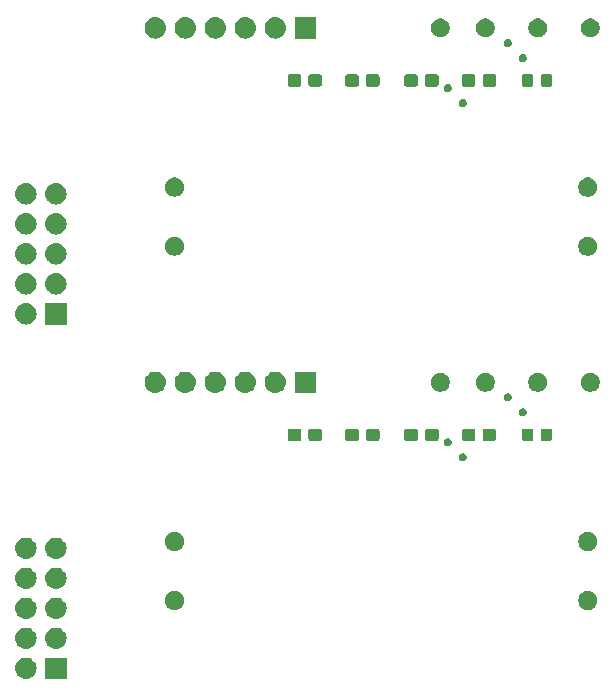
<source format=gts>
G04 #@! TF.GenerationSoftware,KiCad,Pcbnew,(5.1.4-0)*
G04 #@! TF.CreationDate,2019-09-26T23:54:48+09:00*
G04 #@! TF.ProjectId,PiRoombaBoard_ALL,5069526f-6f6d-4626-9142-6f6172645f41,1*
G04 #@! TF.SameCoordinates,PX490d2c0PY808e280*
G04 #@! TF.FileFunction,Soldermask,Top*
G04 #@! TF.FilePolarity,Negative*
%FSLAX46Y46*%
G04 Gerber Fmt 4.6, Leading zero omitted, Abs format (unit mm)*
G04 Created by KiCad (PCBNEW (5.1.4-0)) date 2019-09-26 23:54:48*
%MOMM*%
%LPD*%
G04 APERTURE LIST*
%ADD10C,0.100000*%
G04 APERTURE END LIST*
D10*
G36*
X6456000Y1559000D02*
G01*
X4654000Y1559000D01*
X4654000Y3361000D01*
X6456000Y3361000D01*
X6456000Y1559000D01*
X6456000Y1559000D01*
G37*
G36*
X3125443Y3354481D02*
G01*
X3191627Y3347963D01*
X3361466Y3296443D01*
X3517991Y3212778D01*
X3553729Y3183448D01*
X3655186Y3100186D01*
X3738448Y2998729D01*
X3767778Y2962991D01*
X3851443Y2806466D01*
X3902963Y2636627D01*
X3920359Y2460000D01*
X3902963Y2283373D01*
X3851443Y2113534D01*
X3767778Y1957009D01*
X3738448Y1921271D01*
X3655186Y1819814D01*
X3553729Y1736552D01*
X3517991Y1707222D01*
X3361466Y1623557D01*
X3191627Y1572037D01*
X3125442Y1565518D01*
X3059260Y1559000D01*
X2970740Y1559000D01*
X2904558Y1565518D01*
X2838373Y1572037D01*
X2668534Y1623557D01*
X2512009Y1707222D01*
X2476271Y1736552D01*
X2374814Y1819814D01*
X2291552Y1921271D01*
X2262222Y1957009D01*
X2178557Y2113534D01*
X2127037Y2283373D01*
X2109641Y2460000D01*
X2127037Y2636627D01*
X2178557Y2806466D01*
X2262222Y2962991D01*
X2291552Y2998729D01*
X2374814Y3100186D01*
X2476271Y3183448D01*
X2512009Y3212778D01*
X2668534Y3296443D01*
X2838373Y3347963D01*
X2904557Y3354481D01*
X2970740Y3361000D01*
X3059260Y3361000D01*
X3125443Y3354481D01*
X3125443Y3354481D01*
G37*
G36*
X5665442Y5894482D02*
G01*
X5731627Y5887963D01*
X5901466Y5836443D01*
X6057991Y5752778D01*
X6093729Y5723448D01*
X6195186Y5640186D01*
X6278448Y5538729D01*
X6307778Y5502991D01*
X6391443Y5346466D01*
X6442963Y5176627D01*
X6460359Y5000000D01*
X6442963Y4823373D01*
X6391443Y4653534D01*
X6307778Y4497009D01*
X6278448Y4461271D01*
X6195186Y4359814D01*
X6093729Y4276552D01*
X6057991Y4247222D01*
X5901466Y4163557D01*
X5731627Y4112037D01*
X5665442Y4105518D01*
X5599260Y4099000D01*
X5510740Y4099000D01*
X5444558Y4105518D01*
X5378373Y4112037D01*
X5208534Y4163557D01*
X5052009Y4247222D01*
X5016271Y4276552D01*
X4914814Y4359814D01*
X4831552Y4461271D01*
X4802222Y4497009D01*
X4718557Y4653534D01*
X4667037Y4823373D01*
X4649641Y5000000D01*
X4667037Y5176627D01*
X4718557Y5346466D01*
X4802222Y5502991D01*
X4831552Y5538729D01*
X4914814Y5640186D01*
X5016271Y5723448D01*
X5052009Y5752778D01*
X5208534Y5836443D01*
X5378373Y5887963D01*
X5444558Y5894482D01*
X5510740Y5901000D01*
X5599260Y5901000D01*
X5665442Y5894482D01*
X5665442Y5894482D01*
G37*
G36*
X3125442Y5894482D02*
G01*
X3191627Y5887963D01*
X3361466Y5836443D01*
X3517991Y5752778D01*
X3553729Y5723448D01*
X3655186Y5640186D01*
X3738448Y5538729D01*
X3767778Y5502991D01*
X3851443Y5346466D01*
X3902963Y5176627D01*
X3920359Y5000000D01*
X3902963Y4823373D01*
X3851443Y4653534D01*
X3767778Y4497009D01*
X3738448Y4461271D01*
X3655186Y4359814D01*
X3553729Y4276552D01*
X3517991Y4247222D01*
X3361466Y4163557D01*
X3191627Y4112037D01*
X3125442Y4105518D01*
X3059260Y4099000D01*
X2970740Y4099000D01*
X2904558Y4105518D01*
X2838373Y4112037D01*
X2668534Y4163557D01*
X2512009Y4247222D01*
X2476271Y4276552D01*
X2374814Y4359814D01*
X2291552Y4461271D01*
X2262222Y4497009D01*
X2178557Y4653534D01*
X2127037Y4823373D01*
X2109641Y5000000D01*
X2127037Y5176627D01*
X2178557Y5346466D01*
X2262222Y5502991D01*
X2291552Y5538729D01*
X2374814Y5640186D01*
X2476271Y5723448D01*
X2512009Y5752778D01*
X2668534Y5836443D01*
X2838373Y5887963D01*
X2904558Y5894482D01*
X2970740Y5901000D01*
X3059260Y5901000D01*
X3125442Y5894482D01*
X3125442Y5894482D01*
G37*
G36*
X5665442Y8434482D02*
G01*
X5731627Y8427963D01*
X5901466Y8376443D01*
X6057991Y8292778D01*
X6079562Y8275075D01*
X6195186Y8180186D01*
X6278448Y8078729D01*
X6307778Y8042991D01*
X6391443Y7886466D01*
X6442963Y7716627D01*
X6460359Y7540000D01*
X6442963Y7363373D01*
X6391443Y7193534D01*
X6307778Y7037009D01*
X6278448Y7001271D01*
X6195186Y6899814D01*
X6093729Y6816552D01*
X6057991Y6787222D01*
X5901466Y6703557D01*
X5731627Y6652037D01*
X5665442Y6645518D01*
X5599260Y6639000D01*
X5510740Y6639000D01*
X5444558Y6645518D01*
X5378373Y6652037D01*
X5208534Y6703557D01*
X5052009Y6787222D01*
X5016271Y6816552D01*
X4914814Y6899814D01*
X4831552Y7001271D01*
X4802222Y7037009D01*
X4718557Y7193534D01*
X4667037Y7363373D01*
X4649641Y7540000D01*
X4667037Y7716627D01*
X4718557Y7886466D01*
X4802222Y8042991D01*
X4831552Y8078729D01*
X4914814Y8180186D01*
X5030438Y8275075D01*
X5052009Y8292778D01*
X5208534Y8376443D01*
X5378373Y8427963D01*
X5444558Y8434482D01*
X5510740Y8441000D01*
X5599260Y8441000D01*
X5665442Y8434482D01*
X5665442Y8434482D01*
G37*
G36*
X3125442Y8434482D02*
G01*
X3191627Y8427963D01*
X3361466Y8376443D01*
X3517991Y8292778D01*
X3539562Y8275075D01*
X3655186Y8180186D01*
X3738448Y8078729D01*
X3767778Y8042991D01*
X3851443Y7886466D01*
X3902963Y7716627D01*
X3920359Y7540000D01*
X3902963Y7363373D01*
X3851443Y7193534D01*
X3767778Y7037009D01*
X3738448Y7001271D01*
X3655186Y6899814D01*
X3553729Y6816552D01*
X3517991Y6787222D01*
X3361466Y6703557D01*
X3191627Y6652037D01*
X3125442Y6645518D01*
X3059260Y6639000D01*
X2970740Y6639000D01*
X2904558Y6645518D01*
X2838373Y6652037D01*
X2668534Y6703557D01*
X2512009Y6787222D01*
X2476271Y6816552D01*
X2374814Y6899814D01*
X2291552Y7001271D01*
X2262222Y7037009D01*
X2178557Y7193534D01*
X2127037Y7363373D01*
X2109641Y7540000D01*
X2127037Y7716627D01*
X2178557Y7886466D01*
X2262222Y8042991D01*
X2291552Y8078729D01*
X2374814Y8180186D01*
X2490438Y8275075D01*
X2512009Y8292778D01*
X2668534Y8376443D01*
X2838373Y8427963D01*
X2904558Y8434482D01*
X2970740Y8441000D01*
X3059260Y8441000D01*
X3125442Y8434482D01*
X3125442Y8434482D01*
G37*
G36*
X50827142Y8976758D02*
G01*
X50975101Y8915471D01*
X51108255Y8826501D01*
X51221501Y8713255D01*
X51310471Y8580101D01*
X51371758Y8432142D01*
X51403000Y8275075D01*
X51403000Y8114925D01*
X51371758Y7957858D01*
X51310471Y7809899D01*
X51221501Y7676745D01*
X51108255Y7563499D01*
X50975101Y7474529D01*
X50827142Y7413242D01*
X50670075Y7382000D01*
X50509925Y7382000D01*
X50352858Y7413242D01*
X50204899Y7474529D01*
X50071745Y7563499D01*
X49958499Y7676745D01*
X49869529Y7809899D01*
X49808242Y7957858D01*
X49777000Y8114925D01*
X49777000Y8275075D01*
X49808242Y8432142D01*
X49869529Y8580101D01*
X49958499Y8713255D01*
X50071745Y8826501D01*
X50204899Y8915471D01*
X50352858Y8976758D01*
X50509925Y9008000D01*
X50670075Y9008000D01*
X50827142Y8976758D01*
X50827142Y8976758D01*
G37*
G36*
X15827142Y8976758D02*
G01*
X15975101Y8915471D01*
X16108255Y8826501D01*
X16221501Y8713255D01*
X16310471Y8580101D01*
X16371758Y8432142D01*
X16403000Y8275075D01*
X16403000Y8114925D01*
X16371758Y7957858D01*
X16310471Y7809899D01*
X16221501Y7676745D01*
X16108255Y7563499D01*
X15975101Y7474529D01*
X15827142Y7413242D01*
X15670075Y7382000D01*
X15509925Y7382000D01*
X15352858Y7413242D01*
X15204899Y7474529D01*
X15071745Y7563499D01*
X14958499Y7676745D01*
X14869529Y7809899D01*
X14808242Y7957858D01*
X14777000Y8114925D01*
X14777000Y8275075D01*
X14808242Y8432142D01*
X14869529Y8580101D01*
X14958499Y8713255D01*
X15071745Y8826501D01*
X15204899Y8915471D01*
X15352858Y8976758D01*
X15509925Y9008000D01*
X15670075Y9008000D01*
X15827142Y8976758D01*
X15827142Y8976758D01*
G37*
G36*
X5665443Y10974481D02*
G01*
X5731627Y10967963D01*
X5901466Y10916443D01*
X6057991Y10832778D01*
X6093729Y10803448D01*
X6195186Y10720186D01*
X6278448Y10618729D01*
X6307778Y10582991D01*
X6391443Y10426466D01*
X6442963Y10256627D01*
X6460359Y10080000D01*
X6442963Y9903373D01*
X6391443Y9733534D01*
X6307778Y9577009D01*
X6278448Y9541271D01*
X6195186Y9439814D01*
X6093729Y9356552D01*
X6057991Y9327222D01*
X5901466Y9243557D01*
X5731627Y9192037D01*
X5665443Y9185519D01*
X5599260Y9179000D01*
X5510740Y9179000D01*
X5444557Y9185519D01*
X5378373Y9192037D01*
X5208534Y9243557D01*
X5052009Y9327222D01*
X5016271Y9356552D01*
X4914814Y9439814D01*
X4831552Y9541271D01*
X4802222Y9577009D01*
X4718557Y9733534D01*
X4667037Y9903373D01*
X4649641Y10080000D01*
X4667037Y10256627D01*
X4718557Y10426466D01*
X4802222Y10582991D01*
X4831552Y10618729D01*
X4914814Y10720186D01*
X5016271Y10803448D01*
X5052009Y10832778D01*
X5208534Y10916443D01*
X5378373Y10967963D01*
X5444557Y10974481D01*
X5510740Y10981000D01*
X5599260Y10981000D01*
X5665443Y10974481D01*
X5665443Y10974481D01*
G37*
G36*
X3125443Y10974481D02*
G01*
X3191627Y10967963D01*
X3361466Y10916443D01*
X3517991Y10832778D01*
X3553729Y10803448D01*
X3655186Y10720186D01*
X3738448Y10618729D01*
X3767778Y10582991D01*
X3851443Y10426466D01*
X3902963Y10256627D01*
X3920359Y10080000D01*
X3902963Y9903373D01*
X3851443Y9733534D01*
X3767778Y9577009D01*
X3738448Y9541271D01*
X3655186Y9439814D01*
X3553729Y9356552D01*
X3517991Y9327222D01*
X3361466Y9243557D01*
X3191627Y9192037D01*
X3125443Y9185519D01*
X3059260Y9179000D01*
X2970740Y9179000D01*
X2904557Y9185519D01*
X2838373Y9192037D01*
X2668534Y9243557D01*
X2512009Y9327222D01*
X2476271Y9356552D01*
X2374814Y9439814D01*
X2291552Y9541271D01*
X2262222Y9577009D01*
X2178557Y9733534D01*
X2127037Y9903373D01*
X2109641Y10080000D01*
X2127037Y10256627D01*
X2178557Y10426466D01*
X2262222Y10582991D01*
X2291552Y10618729D01*
X2374814Y10720186D01*
X2476271Y10803448D01*
X2512009Y10832778D01*
X2668534Y10916443D01*
X2838373Y10967963D01*
X2904557Y10974481D01*
X2970740Y10981000D01*
X3059260Y10981000D01*
X3125443Y10974481D01*
X3125443Y10974481D01*
G37*
G36*
X5665443Y13514481D02*
G01*
X5731627Y13507963D01*
X5901466Y13456443D01*
X6057991Y13372778D01*
X6093729Y13343448D01*
X6195186Y13260186D01*
X6278448Y13158729D01*
X6307778Y13122991D01*
X6391443Y12966466D01*
X6442963Y12796627D01*
X6460359Y12620000D01*
X6442963Y12443373D01*
X6391443Y12273534D01*
X6307778Y12117009D01*
X6278448Y12081271D01*
X6195186Y11979814D01*
X6093729Y11896552D01*
X6057991Y11867222D01*
X5901466Y11783557D01*
X5731627Y11732037D01*
X5665442Y11725518D01*
X5599260Y11719000D01*
X5510740Y11719000D01*
X5444558Y11725518D01*
X5378373Y11732037D01*
X5208534Y11783557D01*
X5052009Y11867222D01*
X5016271Y11896552D01*
X4914814Y11979814D01*
X4831552Y12081271D01*
X4802222Y12117009D01*
X4718557Y12273534D01*
X4667037Y12443373D01*
X4649641Y12620000D01*
X4667037Y12796627D01*
X4718557Y12966466D01*
X4802222Y13122991D01*
X4831552Y13158729D01*
X4914814Y13260186D01*
X5016271Y13343448D01*
X5052009Y13372778D01*
X5208534Y13456443D01*
X5378373Y13507963D01*
X5444557Y13514481D01*
X5510740Y13521000D01*
X5599260Y13521000D01*
X5665443Y13514481D01*
X5665443Y13514481D01*
G37*
G36*
X3125443Y13514481D02*
G01*
X3191627Y13507963D01*
X3361466Y13456443D01*
X3517991Y13372778D01*
X3553729Y13343448D01*
X3655186Y13260186D01*
X3738448Y13158729D01*
X3767778Y13122991D01*
X3851443Y12966466D01*
X3902963Y12796627D01*
X3920359Y12620000D01*
X3902963Y12443373D01*
X3851443Y12273534D01*
X3767778Y12117009D01*
X3738448Y12081271D01*
X3655186Y11979814D01*
X3553729Y11896552D01*
X3517991Y11867222D01*
X3361466Y11783557D01*
X3191627Y11732037D01*
X3125442Y11725518D01*
X3059260Y11719000D01*
X2970740Y11719000D01*
X2904558Y11725518D01*
X2838373Y11732037D01*
X2668534Y11783557D01*
X2512009Y11867222D01*
X2476271Y11896552D01*
X2374814Y11979814D01*
X2291552Y12081271D01*
X2262222Y12117009D01*
X2178557Y12273534D01*
X2127037Y12443373D01*
X2109641Y12620000D01*
X2127037Y12796627D01*
X2178557Y12966466D01*
X2262222Y13122991D01*
X2291552Y13158729D01*
X2374814Y13260186D01*
X2476271Y13343448D01*
X2512009Y13372778D01*
X2668534Y13456443D01*
X2838373Y13507963D01*
X2904557Y13514481D01*
X2970740Y13521000D01*
X3059260Y13521000D01*
X3125443Y13514481D01*
X3125443Y13514481D01*
G37*
G36*
X50827142Y13976758D02*
G01*
X50975101Y13915471D01*
X51108255Y13826501D01*
X51221501Y13713255D01*
X51310471Y13580101D01*
X51371758Y13432142D01*
X51403000Y13275075D01*
X51403000Y13114925D01*
X51371758Y12957858D01*
X51310471Y12809899D01*
X51221501Y12676745D01*
X51108255Y12563499D01*
X50975101Y12474529D01*
X50827142Y12413242D01*
X50670075Y12382000D01*
X50509925Y12382000D01*
X50352858Y12413242D01*
X50204899Y12474529D01*
X50071745Y12563499D01*
X49958499Y12676745D01*
X49869529Y12809899D01*
X49808242Y12957858D01*
X49777000Y13114925D01*
X49777000Y13275075D01*
X49808242Y13432142D01*
X49869529Y13580101D01*
X49958499Y13713255D01*
X50071745Y13826501D01*
X50204899Y13915471D01*
X50352858Y13976758D01*
X50509925Y14008000D01*
X50670075Y14008000D01*
X50827142Y13976758D01*
X50827142Y13976758D01*
G37*
G36*
X15827142Y13976758D02*
G01*
X15975101Y13915471D01*
X16108255Y13826501D01*
X16221501Y13713255D01*
X16310471Y13580101D01*
X16371758Y13432142D01*
X16403000Y13275075D01*
X16403000Y13114925D01*
X16371758Y12957858D01*
X16310471Y12809899D01*
X16221501Y12676745D01*
X16108255Y12563499D01*
X15975101Y12474529D01*
X15827142Y12413242D01*
X15670075Y12382000D01*
X15509925Y12382000D01*
X15352858Y12413242D01*
X15204899Y12474529D01*
X15071745Y12563499D01*
X14958499Y12676745D01*
X14869529Y12809899D01*
X14808242Y12957858D01*
X14777000Y13114925D01*
X14777000Y13275075D01*
X14808242Y13432142D01*
X14869529Y13580101D01*
X14958499Y13713255D01*
X15071745Y13826501D01*
X15204899Y13915471D01*
X15352858Y13976758D01*
X15509925Y14008000D01*
X15670075Y14008000D01*
X15827142Y13976758D01*
X15827142Y13976758D01*
G37*
G36*
X40107383Y20657511D02*
G01*
X40107386Y20657510D01*
X40107385Y20657510D01*
X40171258Y20631054D01*
X40228748Y20592640D01*
X40277640Y20543748D01*
X40316054Y20486258D01*
X40337624Y20434182D01*
X40342511Y20422383D01*
X40356000Y20354570D01*
X40356000Y20285430D01*
X40342511Y20217617D01*
X40342510Y20217615D01*
X40316054Y20153742D01*
X40277640Y20096252D01*
X40228748Y20047360D01*
X40171258Y20008946D01*
X40119182Y19987376D01*
X40107383Y19982489D01*
X40039570Y19969000D01*
X39970430Y19969000D01*
X39902617Y19982489D01*
X39890818Y19987376D01*
X39838742Y20008946D01*
X39781252Y20047360D01*
X39732360Y20096252D01*
X39693946Y20153742D01*
X39667490Y20217615D01*
X39667489Y20217617D01*
X39654000Y20285430D01*
X39654000Y20354570D01*
X39667489Y20422383D01*
X39672376Y20434182D01*
X39693946Y20486258D01*
X39732360Y20543748D01*
X39781252Y20592640D01*
X39838742Y20631054D01*
X39902615Y20657510D01*
X39902614Y20657510D01*
X39902617Y20657511D01*
X39970430Y20671000D01*
X40039570Y20671000D01*
X40107383Y20657511D01*
X40107383Y20657511D01*
G37*
G36*
X38837383Y21927511D02*
G01*
X38837386Y21927510D01*
X38837385Y21927510D01*
X38901258Y21901054D01*
X38958748Y21862640D01*
X39007640Y21813748D01*
X39046054Y21756258D01*
X39067624Y21704182D01*
X39072511Y21692383D01*
X39086000Y21624570D01*
X39086000Y21555430D01*
X39072511Y21487617D01*
X39072510Y21487615D01*
X39046054Y21423742D01*
X39007640Y21366252D01*
X38958748Y21317360D01*
X38901258Y21278946D01*
X38849182Y21257376D01*
X38837383Y21252489D01*
X38769570Y21239000D01*
X38700430Y21239000D01*
X38632617Y21252489D01*
X38620818Y21257376D01*
X38568742Y21278946D01*
X38511252Y21317360D01*
X38462360Y21366252D01*
X38423946Y21423742D01*
X38397490Y21487615D01*
X38397489Y21487617D01*
X38384000Y21555430D01*
X38384000Y21624570D01*
X38397489Y21692383D01*
X38402376Y21704182D01*
X38423946Y21756258D01*
X38462360Y21813748D01*
X38511252Y21862640D01*
X38568742Y21901054D01*
X38632615Y21927510D01*
X38632614Y21927510D01*
X38632617Y21927511D01*
X38700430Y21941000D01*
X38769570Y21941000D01*
X38837383Y21927511D01*
X38837383Y21927511D01*
G37*
G36*
X45842091Y22746915D02*
G01*
X45876069Y22736607D01*
X45907390Y22719866D01*
X45934839Y22697339D01*
X45957366Y22669890D01*
X45974107Y22638569D01*
X45984415Y22604591D01*
X45988500Y22563110D01*
X45988500Y21886890D01*
X45984415Y21845409D01*
X45974107Y21811431D01*
X45957366Y21780110D01*
X45934839Y21752661D01*
X45907390Y21730134D01*
X45876069Y21713393D01*
X45842091Y21703085D01*
X45800610Y21699000D01*
X45199390Y21699000D01*
X45157909Y21703085D01*
X45123931Y21713393D01*
X45092610Y21730134D01*
X45065161Y21752661D01*
X45042634Y21780110D01*
X45025893Y21811431D01*
X45015585Y21845409D01*
X45011500Y21886890D01*
X45011500Y22563110D01*
X45015585Y22604591D01*
X45025893Y22638569D01*
X45042634Y22669890D01*
X45065161Y22697339D01*
X45092610Y22719866D01*
X45123931Y22736607D01*
X45157909Y22746915D01*
X45199390Y22751000D01*
X45800610Y22751000D01*
X45842091Y22746915D01*
X45842091Y22746915D01*
G37*
G36*
X26164499Y22746555D02*
G01*
X26201995Y22735180D01*
X26236554Y22716708D01*
X26266847Y22691847D01*
X26291708Y22661554D01*
X26310180Y22626995D01*
X26321555Y22589499D01*
X26326000Y22544362D01*
X26326000Y21905638D01*
X26321555Y21860501D01*
X26310180Y21823005D01*
X26291708Y21788446D01*
X26266847Y21758153D01*
X26236554Y21733292D01*
X26201995Y21714820D01*
X26164499Y21703445D01*
X26119362Y21699000D01*
X25380638Y21699000D01*
X25335501Y21703445D01*
X25298005Y21714820D01*
X25263446Y21733292D01*
X25233153Y21758153D01*
X25208292Y21788446D01*
X25189820Y21823005D01*
X25178445Y21860501D01*
X25174000Y21905638D01*
X25174000Y22544362D01*
X25178445Y22589499D01*
X25189820Y22626995D01*
X25208292Y22661554D01*
X25233153Y22691847D01*
X25263446Y22716708D01*
X25298005Y22735180D01*
X25335501Y22746555D01*
X25380638Y22751000D01*
X26119362Y22751000D01*
X26164499Y22746555D01*
X26164499Y22746555D01*
G37*
G36*
X27914499Y22746555D02*
G01*
X27951995Y22735180D01*
X27986554Y22716708D01*
X28016847Y22691847D01*
X28041708Y22661554D01*
X28060180Y22626995D01*
X28071555Y22589499D01*
X28076000Y22544362D01*
X28076000Y21905638D01*
X28071555Y21860501D01*
X28060180Y21823005D01*
X28041708Y21788446D01*
X28016847Y21758153D01*
X27986554Y21733292D01*
X27951995Y21714820D01*
X27914499Y21703445D01*
X27869362Y21699000D01*
X27130638Y21699000D01*
X27085501Y21703445D01*
X27048005Y21714820D01*
X27013446Y21733292D01*
X26983153Y21758153D01*
X26958292Y21788446D01*
X26939820Y21823005D01*
X26928445Y21860501D01*
X26924000Y21905638D01*
X26924000Y22544362D01*
X26928445Y22589499D01*
X26939820Y22626995D01*
X26958292Y22661554D01*
X26983153Y22691847D01*
X27013446Y22716708D01*
X27048005Y22735180D01*
X27085501Y22746555D01*
X27130638Y22751000D01*
X27869362Y22751000D01*
X27914499Y22746555D01*
X27914499Y22746555D01*
G37*
G36*
X31039499Y22746555D02*
G01*
X31076995Y22735180D01*
X31111554Y22716708D01*
X31141847Y22691847D01*
X31166708Y22661554D01*
X31185180Y22626995D01*
X31196555Y22589499D01*
X31201000Y22544362D01*
X31201000Y21905638D01*
X31196555Y21860501D01*
X31185180Y21823005D01*
X31166708Y21788446D01*
X31141847Y21758153D01*
X31111554Y21733292D01*
X31076995Y21714820D01*
X31039499Y21703445D01*
X30994362Y21699000D01*
X30255638Y21699000D01*
X30210501Y21703445D01*
X30173005Y21714820D01*
X30138446Y21733292D01*
X30108153Y21758153D01*
X30083292Y21788446D01*
X30064820Y21823005D01*
X30053445Y21860501D01*
X30049000Y21905638D01*
X30049000Y22544362D01*
X30053445Y22589499D01*
X30064820Y22626995D01*
X30083292Y22661554D01*
X30108153Y22691847D01*
X30138446Y22716708D01*
X30173005Y22735180D01*
X30210501Y22746555D01*
X30255638Y22751000D01*
X30994362Y22751000D01*
X31039499Y22746555D01*
X31039499Y22746555D01*
G37*
G36*
X32789499Y22746555D02*
G01*
X32826995Y22735180D01*
X32861554Y22716708D01*
X32891847Y22691847D01*
X32916708Y22661554D01*
X32935180Y22626995D01*
X32946555Y22589499D01*
X32951000Y22544362D01*
X32951000Y21905638D01*
X32946555Y21860501D01*
X32935180Y21823005D01*
X32916708Y21788446D01*
X32891847Y21758153D01*
X32861554Y21733292D01*
X32826995Y21714820D01*
X32789499Y21703445D01*
X32744362Y21699000D01*
X32005638Y21699000D01*
X31960501Y21703445D01*
X31923005Y21714820D01*
X31888446Y21733292D01*
X31858153Y21758153D01*
X31833292Y21788446D01*
X31814820Y21823005D01*
X31803445Y21860501D01*
X31799000Y21905638D01*
X31799000Y22544362D01*
X31803445Y22589499D01*
X31814820Y22626995D01*
X31833292Y22661554D01*
X31858153Y22691847D01*
X31888446Y22716708D01*
X31923005Y22735180D01*
X31960501Y22746555D01*
X32005638Y22751000D01*
X32744362Y22751000D01*
X32789499Y22746555D01*
X32789499Y22746555D01*
G37*
G36*
X36039499Y22746555D02*
G01*
X36076995Y22735180D01*
X36111554Y22716708D01*
X36141847Y22691847D01*
X36166708Y22661554D01*
X36185180Y22626995D01*
X36196555Y22589499D01*
X36201000Y22544362D01*
X36201000Y21905638D01*
X36196555Y21860501D01*
X36185180Y21823005D01*
X36166708Y21788446D01*
X36141847Y21758153D01*
X36111554Y21733292D01*
X36076995Y21714820D01*
X36039499Y21703445D01*
X35994362Y21699000D01*
X35255638Y21699000D01*
X35210501Y21703445D01*
X35173005Y21714820D01*
X35138446Y21733292D01*
X35108153Y21758153D01*
X35083292Y21788446D01*
X35064820Y21823005D01*
X35053445Y21860501D01*
X35049000Y21905638D01*
X35049000Y22544362D01*
X35053445Y22589499D01*
X35064820Y22626995D01*
X35083292Y22661554D01*
X35108153Y22691847D01*
X35138446Y22716708D01*
X35173005Y22735180D01*
X35210501Y22746555D01*
X35255638Y22751000D01*
X35994362Y22751000D01*
X36039499Y22746555D01*
X36039499Y22746555D01*
G37*
G36*
X37789499Y22746555D02*
G01*
X37826995Y22735180D01*
X37861554Y22716708D01*
X37891847Y22691847D01*
X37916708Y22661554D01*
X37935180Y22626995D01*
X37946555Y22589499D01*
X37951000Y22544362D01*
X37951000Y21905638D01*
X37946555Y21860501D01*
X37935180Y21823005D01*
X37916708Y21788446D01*
X37891847Y21758153D01*
X37861554Y21733292D01*
X37826995Y21714820D01*
X37789499Y21703445D01*
X37744362Y21699000D01*
X37005638Y21699000D01*
X36960501Y21703445D01*
X36923005Y21714820D01*
X36888446Y21733292D01*
X36858153Y21758153D01*
X36833292Y21788446D01*
X36814820Y21823005D01*
X36803445Y21860501D01*
X36799000Y21905638D01*
X36799000Y22544362D01*
X36803445Y22589499D01*
X36814820Y22626995D01*
X36833292Y22661554D01*
X36858153Y22691847D01*
X36888446Y22716708D01*
X36923005Y22735180D01*
X36960501Y22746555D01*
X37005638Y22751000D01*
X37744362Y22751000D01*
X37789499Y22746555D01*
X37789499Y22746555D01*
G37*
G36*
X40914499Y22746555D02*
G01*
X40951995Y22735180D01*
X40986554Y22716708D01*
X41016847Y22691847D01*
X41041708Y22661554D01*
X41060180Y22626995D01*
X41071555Y22589499D01*
X41076000Y22544362D01*
X41076000Y21905638D01*
X41071555Y21860501D01*
X41060180Y21823005D01*
X41041708Y21788446D01*
X41016847Y21758153D01*
X40986554Y21733292D01*
X40951995Y21714820D01*
X40914499Y21703445D01*
X40869362Y21699000D01*
X40130638Y21699000D01*
X40085501Y21703445D01*
X40048005Y21714820D01*
X40013446Y21733292D01*
X39983153Y21758153D01*
X39958292Y21788446D01*
X39939820Y21823005D01*
X39928445Y21860501D01*
X39924000Y21905638D01*
X39924000Y22544362D01*
X39928445Y22589499D01*
X39939820Y22626995D01*
X39958292Y22661554D01*
X39983153Y22691847D01*
X40013446Y22716708D01*
X40048005Y22735180D01*
X40085501Y22746555D01*
X40130638Y22751000D01*
X40869362Y22751000D01*
X40914499Y22746555D01*
X40914499Y22746555D01*
G37*
G36*
X42664499Y22746555D02*
G01*
X42701995Y22735180D01*
X42736554Y22716708D01*
X42766847Y22691847D01*
X42791708Y22661554D01*
X42810180Y22626995D01*
X42821555Y22589499D01*
X42826000Y22544362D01*
X42826000Y21905638D01*
X42821555Y21860501D01*
X42810180Y21823005D01*
X42791708Y21788446D01*
X42766847Y21758153D01*
X42736554Y21733292D01*
X42701995Y21714820D01*
X42664499Y21703445D01*
X42619362Y21699000D01*
X41880638Y21699000D01*
X41835501Y21703445D01*
X41798005Y21714820D01*
X41763446Y21733292D01*
X41733153Y21758153D01*
X41708292Y21788446D01*
X41689820Y21823005D01*
X41678445Y21860501D01*
X41674000Y21905638D01*
X41674000Y22544362D01*
X41678445Y22589499D01*
X41689820Y22626995D01*
X41708292Y22661554D01*
X41733153Y22691847D01*
X41763446Y22716708D01*
X41798005Y22735180D01*
X41835501Y22746555D01*
X41880638Y22751000D01*
X42619362Y22751000D01*
X42664499Y22746555D01*
X42664499Y22746555D01*
G37*
G36*
X47417091Y22746915D02*
G01*
X47451069Y22736607D01*
X47482390Y22719866D01*
X47509839Y22697339D01*
X47532366Y22669890D01*
X47549107Y22638569D01*
X47559415Y22604591D01*
X47563500Y22563110D01*
X47563500Y21886890D01*
X47559415Y21845409D01*
X47549107Y21811431D01*
X47532366Y21780110D01*
X47509839Y21752661D01*
X47482390Y21730134D01*
X47451069Y21713393D01*
X47417091Y21703085D01*
X47375610Y21699000D01*
X46774390Y21699000D01*
X46732909Y21703085D01*
X46698931Y21713393D01*
X46667610Y21730134D01*
X46640161Y21752661D01*
X46617634Y21780110D01*
X46600893Y21811431D01*
X46590585Y21845409D01*
X46586500Y21886890D01*
X46586500Y22563110D01*
X46590585Y22604591D01*
X46600893Y22638569D01*
X46617634Y22669890D01*
X46640161Y22697339D01*
X46667610Y22719866D01*
X46698931Y22736607D01*
X46732909Y22746915D01*
X46774390Y22751000D01*
X47375610Y22751000D01*
X47417091Y22746915D01*
X47417091Y22746915D01*
G37*
G36*
X45187383Y24467511D02*
G01*
X45187386Y24467510D01*
X45187385Y24467510D01*
X45251258Y24441054D01*
X45308748Y24402640D01*
X45357640Y24353748D01*
X45396054Y24296258D01*
X45417624Y24244182D01*
X45422511Y24232383D01*
X45436000Y24164570D01*
X45436000Y24095430D01*
X45422511Y24027617D01*
X45422510Y24027615D01*
X45396054Y23963742D01*
X45357640Y23906252D01*
X45308748Y23857360D01*
X45251258Y23818946D01*
X45199182Y23797376D01*
X45187383Y23792489D01*
X45119570Y23779000D01*
X45050430Y23779000D01*
X44982617Y23792489D01*
X44970818Y23797376D01*
X44918742Y23818946D01*
X44861252Y23857360D01*
X44812360Y23906252D01*
X44773946Y23963742D01*
X44747490Y24027615D01*
X44747489Y24027617D01*
X44734000Y24095430D01*
X44734000Y24164570D01*
X44747489Y24232383D01*
X44752376Y24244182D01*
X44773946Y24296258D01*
X44812360Y24353748D01*
X44861252Y24402640D01*
X44918742Y24441054D01*
X44982615Y24467510D01*
X44982614Y24467510D01*
X44982617Y24467511D01*
X45050430Y24481000D01*
X45119570Y24481000D01*
X45187383Y24467511D01*
X45187383Y24467511D01*
G37*
G36*
X43917383Y25737511D02*
G01*
X43917386Y25737510D01*
X43917385Y25737510D01*
X43981258Y25711054D01*
X44038748Y25672640D01*
X44087640Y25623748D01*
X44126054Y25566258D01*
X44147624Y25514182D01*
X44152511Y25502383D01*
X44166000Y25434570D01*
X44166000Y25365430D01*
X44152511Y25297617D01*
X44152510Y25297615D01*
X44126054Y25233742D01*
X44087640Y25176252D01*
X44038748Y25127360D01*
X43981258Y25088946D01*
X43929182Y25067376D01*
X43917383Y25062489D01*
X43849570Y25049000D01*
X43780430Y25049000D01*
X43712617Y25062489D01*
X43700818Y25067376D01*
X43648742Y25088946D01*
X43591252Y25127360D01*
X43542360Y25176252D01*
X43503946Y25233742D01*
X43477490Y25297615D01*
X43477489Y25297617D01*
X43464000Y25365430D01*
X43464000Y25434570D01*
X43477489Y25502383D01*
X43482376Y25514182D01*
X43503946Y25566258D01*
X43542360Y25623748D01*
X43591252Y25672640D01*
X43648742Y25711054D01*
X43712615Y25737510D01*
X43712614Y25737510D01*
X43712617Y25737511D01*
X43780430Y25751000D01*
X43849570Y25751000D01*
X43917383Y25737511D01*
X43917383Y25737511D01*
G37*
G36*
X27571000Y25769000D02*
G01*
X25769000Y25769000D01*
X25769000Y27571000D01*
X27571000Y27571000D01*
X27571000Y25769000D01*
X27571000Y25769000D01*
G37*
G36*
X24240442Y27564482D02*
G01*
X24306627Y27557963D01*
X24476466Y27506443D01*
X24632991Y27422778D01*
X24668729Y27393448D01*
X24770186Y27310186D01*
X24853448Y27208729D01*
X24882778Y27172991D01*
X24966443Y27016466D01*
X25017963Y26846627D01*
X25035359Y26670000D01*
X25017963Y26493373D01*
X24966443Y26323534D01*
X24882778Y26167009D01*
X24853448Y26131271D01*
X24770186Y26029814D01*
X24668729Y25946552D01*
X24632991Y25917222D01*
X24476466Y25833557D01*
X24306627Y25782037D01*
X24240442Y25775518D01*
X24174260Y25769000D01*
X24085740Y25769000D01*
X24019558Y25775518D01*
X23953373Y25782037D01*
X23783534Y25833557D01*
X23627009Y25917222D01*
X23591271Y25946552D01*
X23489814Y26029814D01*
X23406552Y26131271D01*
X23377222Y26167009D01*
X23293557Y26323534D01*
X23242037Y26493373D01*
X23224641Y26670000D01*
X23242037Y26846627D01*
X23293557Y27016466D01*
X23377222Y27172991D01*
X23406552Y27208729D01*
X23489814Y27310186D01*
X23591271Y27393448D01*
X23627009Y27422778D01*
X23783534Y27506443D01*
X23953373Y27557963D01*
X24019558Y27564482D01*
X24085740Y27571000D01*
X24174260Y27571000D01*
X24240442Y27564482D01*
X24240442Y27564482D01*
G37*
G36*
X21700442Y27564482D02*
G01*
X21766627Y27557963D01*
X21936466Y27506443D01*
X22092991Y27422778D01*
X22128729Y27393448D01*
X22230186Y27310186D01*
X22313448Y27208729D01*
X22342778Y27172991D01*
X22426443Y27016466D01*
X22477963Y26846627D01*
X22495359Y26670000D01*
X22477963Y26493373D01*
X22426443Y26323534D01*
X22342778Y26167009D01*
X22313448Y26131271D01*
X22230186Y26029814D01*
X22128729Y25946552D01*
X22092991Y25917222D01*
X21936466Y25833557D01*
X21766627Y25782037D01*
X21700442Y25775518D01*
X21634260Y25769000D01*
X21545740Y25769000D01*
X21479558Y25775518D01*
X21413373Y25782037D01*
X21243534Y25833557D01*
X21087009Y25917222D01*
X21051271Y25946552D01*
X20949814Y26029814D01*
X20866552Y26131271D01*
X20837222Y26167009D01*
X20753557Y26323534D01*
X20702037Y26493373D01*
X20684641Y26670000D01*
X20702037Y26846627D01*
X20753557Y27016466D01*
X20837222Y27172991D01*
X20866552Y27208729D01*
X20949814Y27310186D01*
X21051271Y27393448D01*
X21087009Y27422778D01*
X21243534Y27506443D01*
X21413373Y27557963D01*
X21479558Y27564482D01*
X21545740Y27571000D01*
X21634260Y27571000D01*
X21700442Y27564482D01*
X21700442Y27564482D01*
G37*
G36*
X19160442Y27564482D02*
G01*
X19226627Y27557963D01*
X19396466Y27506443D01*
X19552991Y27422778D01*
X19588729Y27393448D01*
X19690186Y27310186D01*
X19773448Y27208729D01*
X19802778Y27172991D01*
X19886443Y27016466D01*
X19937963Y26846627D01*
X19955359Y26670000D01*
X19937963Y26493373D01*
X19886443Y26323534D01*
X19802778Y26167009D01*
X19773448Y26131271D01*
X19690186Y26029814D01*
X19588729Y25946552D01*
X19552991Y25917222D01*
X19396466Y25833557D01*
X19226627Y25782037D01*
X19160442Y25775518D01*
X19094260Y25769000D01*
X19005740Y25769000D01*
X18939558Y25775518D01*
X18873373Y25782037D01*
X18703534Y25833557D01*
X18547009Y25917222D01*
X18511271Y25946552D01*
X18409814Y26029814D01*
X18326552Y26131271D01*
X18297222Y26167009D01*
X18213557Y26323534D01*
X18162037Y26493373D01*
X18144641Y26670000D01*
X18162037Y26846627D01*
X18213557Y27016466D01*
X18297222Y27172991D01*
X18326552Y27208729D01*
X18409814Y27310186D01*
X18511271Y27393448D01*
X18547009Y27422778D01*
X18703534Y27506443D01*
X18873373Y27557963D01*
X18939558Y27564482D01*
X19005740Y27571000D01*
X19094260Y27571000D01*
X19160442Y27564482D01*
X19160442Y27564482D01*
G37*
G36*
X14080442Y27564482D02*
G01*
X14146627Y27557963D01*
X14316466Y27506443D01*
X14472991Y27422778D01*
X14508729Y27393448D01*
X14610186Y27310186D01*
X14693448Y27208729D01*
X14722778Y27172991D01*
X14806443Y27016466D01*
X14857963Y26846627D01*
X14875359Y26670000D01*
X14857963Y26493373D01*
X14806443Y26323534D01*
X14722778Y26167009D01*
X14693448Y26131271D01*
X14610186Y26029814D01*
X14508729Y25946552D01*
X14472991Y25917222D01*
X14316466Y25833557D01*
X14146627Y25782037D01*
X14080442Y25775518D01*
X14014260Y25769000D01*
X13925740Y25769000D01*
X13859558Y25775518D01*
X13793373Y25782037D01*
X13623534Y25833557D01*
X13467009Y25917222D01*
X13431271Y25946552D01*
X13329814Y26029814D01*
X13246552Y26131271D01*
X13217222Y26167009D01*
X13133557Y26323534D01*
X13082037Y26493373D01*
X13064641Y26670000D01*
X13082037Y26846627D01*
X13133557Y27016466D01*
X13217222Y27172991D01*
X13246552Y27208729D01*
X13329814Y27310186D01*
X13431271Y27393448D01*
X13467009Y27422778D01*
X13623534Y27506443D01*
X13793373Y27557963D01*
X13859558Y27564482D01*
X13925740Y27571000D01*
X14014260Y27571000D01*
X14080442Y27564482D01*
X14080442Y27564482D01*
G37*
G36*
X16620442Y27564482D02*
G01*
X16686627Y27557963D01*
X16856466Y27506443D01*
X17012991Y27422778D01*
X17048729Y27393448D01*
X17150186Y27310186D01*
X17233448Y27208729D01*
X17262778Y27172991D01*
X17346443Y27016466D01*
X17397963Y26846627D01*
X17415359Y26670000D01*
X17397963Y26493373D01*
X17346443Y26323534D01*
X17262778Y26167009D01*
X17233448Y26131271D01*
X17150186Y26029814D01*
X17048729Y25946552D01*
X17012991Y25917222D01*
X16856466Y25833557D01*
X16686627Y25782037D01*
X16620442Y25775518D01*
X16554260Y25769000D01*
X16465740Y25769000D01*
X16399558Y25775518D01*
X16333373Y25782037D01*
X16163534Y25833557D01*
X16007009Y25917222D01*
X15971271Y25946552D01*
X15869814Y26029814D01*
X15786552Y26131271D01*
X15757222Y26167009D01*
X15673557Y26323534D01*
X15622037Y26493373D01*
X15604641Y26670000D01*
X15622037Y26846627D01*
X15673557Y27016466D01*
X15757222Y27172991D01*
X15786552Y27208729D01*
X15869814Y27310186D01*
X15971271Y27393448D01*
X16007009Y27422778D01*
X16163534Y27506443D01*
X16333373Y27557963D01*
X16399558Y27564482D01*
X16465740Y27571000D01*
X16554260Y27571000D01*
X16620442Y27564482D01*
X16620442Y27564482D01*
G37*
G36*
X42143642Y27440219D02*
G01*
X42289414Y27379838D01*
X42289416Y27379837D01*
X42420608Y27292178D01*
X42532178Y27180608D01*
X42619837Y27049416D01*
X42619838Y27049414D01*
X42680219Y26903642D01*
X42711000Y26748893D01*
X42711000Y26591107D01*
X42680219Y26436358D01*
X42619838Y26290586D01*
X42619837Y26290584D01*
X42532178Y26159392D01*
X42420608Y26047822D01*
X42289416Y25960163D01*
X42289415Y25960162D01*
X42289414Y25960162D01*
X42143642Y25899781D01*
X41988893Y25869000D01*
X41831107Y25869000D01*
X41676358Y25899781D01*
X41530586Y25960162D01*
X41530585Y25960162D01*
X41530584Y25960163D01*
X41399392Y26047822D01*
X41287822Y26159392D01*
X41200163Y26290584D01*
X41200162Y26290586D01*
X41139781Y26436358D01*
X41109000Y26591107D01*
X41109000Y26748893D01*
X41139781Y26903642D01*
X41200162Y27049414D01*
X41200163Y27049416D01*
X41287822Y27180608D01*
X41399392Y27292178D01*
X41530584Y27379837D01*
X41530586Y27379838D01*
X41676358Y27440219D01*
X41831107Y27471000D01*
X41988893Y27471000D01*
X42143642Y27440219D01*
X42143642Y27440219D01*
G37*
G36*
X46588642Y27440219D02*
G01*
X46734414Y27379838D01*
X46734416Y27379837D01*
X46865608Y27292178D01*
X46977178Y27180608D01*
X47064837Y27049416D01*
X47064838Y27049414D01*
X47125219Y26903642D01*
X47156000Y26748893D01*
X47156000Y26591107D01*
X47125219Y26436358D01*
X47064838Y26290586D01*
X47064837Y26290584D01*
X46977178Y26159392D01*
X46865608Y26047822D01*
X46734416Y25960163D01*
X46734415Y25960162D01*
X46734414Y25960162D01*
X46588642Y25899781D01*
X46433893Y25869000D01*
X46276107Y25869000D01*
X46121358Y25899781D01*
X45975586Y25960162D01*
X45975585Y25960162D01*
X45975584Y25960163D01*
X45844392Y26047822D01*
X45732822Y26159392D01*
X45645163Y26290584D01*
X45645162Y26290586D01*
X45584781Y26436358D01*
X45554000Y26591107D01*
X45554000Y26748893D01*
X45584781Y26903642D01*
X45645162Y27049414D01*
X45645163Y27049416D01*
X45732822Y27180608D01*
X45844392Y27292178D01*
X45975584Y27379837D01*
X45975586Y27379838D01*
X46121358Y27440219D01*
X46276107Y27471000D01*
X46433893Y27471000D01*
X46588642Y27440219D01*
X46588642Y27440219D01*
G37*
G36*
X51033642Y27440219D02*
G01*
X51179414Y27379838D01*
X51179416Y27379837D01*
X51310608Y27292178D01*
X51422178Y27180608D01*
X51509837Y27049416D01*
X51509838Y27049414D01*
X51570219Y26903642D01*
X51601000Y26748893D01*
X51601000Y26591107D01*
X51570219Y26436358D01*
X51509838Y26290586D01*
X51509837Y26290584D01*
X51422178Y26159392D01*
X51310608Y26047822D01*
X51179416Y25960163D01*
X51179415Y25960162D01*
X51179414Y25960162D01*
X51033642Y25899781D01*
X50878893Y25869000D01*
X50721107Y25869000D01*
X50566358Y25899781D01*
X50420586Y25960162D01*
X50420585Y25960162D01*
X50420584Y25960163D01*
X50289392Y26047822D01*
X50177822Y26159392D01*
X50090163Y26290584D01*
X50090162Y26290586D01*
X50029781Y26436358D01*
X49999000Y26591107D01*
X49999000Y26748893D01*
X50029781Y26903642D01*
X50090162Y27049414D01*
X50090163Y27049416D01*
X50177822Y27180608D01*
X50289392Y27292178D01*
X50420584Y27379837D01*
X50420586Y27379838D01*
X50566358Y27440219D01*
X50721107Y27471000D01*
X50878893Y27471000D01*
X51033642Y27440219D01*
X51033642Y27440219D01*
G37*
G36*
X38333642Y27440219D02*
G01*
X38479414Y27379838D01*
X38479416Y27379837D01*
X38610608Y27292178D01*
X38722178Y27180608D01*
X38809837Y27049416D01*
X38809838Y27049414D01*
X38870219Y26903642D01*
X38901000Y26748893D01*
X38901000Y26591107D01*
X38870219Y26436358D01*
X38809838Y26290586D01*
X38809837Y26290584D01*
X38722178Y26159392D01*
X38610608Y26047822D01*
X38479416Y25960163D01*
X38479415Y25960162D01*
X38479414Y25960162D01*
X38333642Y25899781D01*
X38178893Y25869000D01*
X38021107Y25869000D01*
X37866358Y25899781D01*
X37720586Y25960162D01*
X37720585Y25960162D01*
X37720584Y25960163D01*
X37589392Y26047822D01*
X37477822Y26159392D01*
X37390163Y26290584D01*
X37390162Y26290586D01*
X37329781Y26436358D01*
X37299000Y26591107D01*
X37299000Y26748893D01*
X37329781Y26903642D01*
X37390162Y27049414D01*
X37390163Y27049416D01*
X37477822Y27180608D01*
X37589392Y27292178D01*
X37720584Y27379837D01*
X37720586Y27379838D01*
X37866358Y27440219D01*
X38021107Y27471000D01*
X38178893Y27471000D01*
X38333642Y27440219D01*
X38333642Y27440219D01*
G37*
G36*
X3125443Y33354481D02*
G01*
X3191627Y33347963D01*
X3361466Y33296443D01*
X3517991Y33212778D01*
X3553729Y33183448D01*
X3655186Y33100186D01*
X3738448Y32998729D01*
X3767778Y32962991D01*
X3851443Y32806466D01*
X3902963Y32636627D01*
X3920359Y32460000D01*
X3902963Y32283373D01*
X3851443Y32113534D01*
X3767778Y31957009D01*
X3738448Y31921271D01*
X3655186Y31819814D01*
X3553729Y31736552D01*
X3517991Y31707222D01*
X3361466Y31623557D01*
X3191627Y31572037D01*
X3125443Y31565519D01*
X3059260Y31559000D01*
X2970740Y31559000D01*
X2904557Y31565519D01*
X2838373Y31572037D01*
X2668534Y31623557D01*
X2512009Y31707222D01*
X2476271Y31736552D01*
X2374814Y31819814D01*
X2291552Y31921271D01*
X2262222Y31957009D01*
X2178557Y32113534D01*
X2127037Y32283373D01*
X2109641Y32460000D01*
X2127037Y32636627D01*
X2178557Y32806466D01*
X2262222Y32962991D01*
X2291552Y32998729D01*
X2374814Y33100186D01*
X2476271Y33183448D01*
X2512009Y33212778D01*
X2668534Y33296443D01*
X2838373Y33347963D01*
X2904557Y33354481D01*
X2970740Y33361000D01*
X3059260Y33361000D01*
X3125443Y33354481D01*
X3125443Y33354481D01*
G37*
G36*
X6456000Y31559000D02*
G01*
X4654000Y31559000D01*
X4654000Y33361000D01*
X6456000Y33361000D01*
X6456000Y31559000D01*
X6456000Y31559000D01*
G37*
G36*
X5665442Y35894482D02*
G01*
X5731627Y35887963D01*
X5901466Y35836443D01*
X6057991Y35752778D01*
X6093729Y35723448D01*
X6195186Y35640186D01*
X6278448Y35538729D01*
X6307778Y35502991D01*
X6391443Y35346466D01*
X6442963Y35176627D01*
X6460359Y35000000D01*
X6442963Y34823373D01*
X6391443Y34653534D01*
X6307778Y34497009D01*
X6278448Y34461271D01*
X6195186Y34359814D01*
X6093729Y34276552D01*
X6057991Y34247222D01*
X5901466Y34163557D01*
X5731627Y34112037D01*
X5665443Y34105519D01*
X5599260Y34099000D01*
X5510740Y34099000D01*
X5444557Y34105519D01*
X5378373Y34112037D01*
X5208534Y34163557D01*
X5052009Y34247222D01*
X5016271Y34276552D01*
X4914814Y34359814D01*
X4831552Y34461271D01*
X4802222Y34497009D01*
X4718557Y34653534D01*
X4667037Y34823373D01*
X4649641Y35000000D01*
X4667037Y35176627D01*
X4718557Y35346466D01*
X4802222Y35502991D01*
X4831552Y35538729D01*
X4914814Y35640186D01*
X5016271Y35723448D01*
X5052009Y35752778D01*
X5208534Y35836443D01*
X5378373Y35887963D01*
X5444558Y35894482D01*
X5510740Y35901000D01*
X5599260Y35901000D01*
X5665442Y35894482D01*
X5665442Y35894482D01*
G37*
G36*
X3125442Y35894482D02*
G01*
X3191627Y35887963D01*
X3361466Y35836443D01*
X3517991Y35752778D01*
X3553729Y35723448D01*
X3655186Y35640186D01*
X3738448Y35538729D01*
X3767778Y35502991D01*
X3851443Y35346466D01*
X3902963Y35176627D01*
X3920359Y35000000D01*
X3902963Y34823373D01*
X3851443Y34653534D01*
X3767778Y34497009D01*
X3738448Y34461271D01*
X3655186Y34359814D01*
X3553729Y34276552D01*
X3517991Y34247222D01*
X3361466Y34163557D01*
X3191627Y34112037D01*
X3125443Y34105519D01*
X3059260Y34099000D01*
X2970740Y34099000D01*
X2904557Y34105519D01*
X2838373Y34112037D01*
X2668534Y34163557D01*
X2512009Y34247222D01*
X2476271Y34276552D01*
X2374814Y34359814D01*
X2291552Y34461271D01*
X2262222Y34497009D01*
X2178557Y34653534D01*
X2127037Y34823373D01*
X2109641Y35000000D01*
X2127037Y35176627D01*
X2178557Y35346466D01*
X2262222Y35502991D01*
X2291552Y35538729D01*
X2374814Y35640186D01*
X2476271Y35723448D01*
X2512009Y35752778D01*
X2668534Y35836443D01*
X2838373Y35887963D01*
X2904558Y35894482D01*
X2970740Y35901000D01*
X3059260Y35901000D01*
X3125442Y35894482D01*
X3125442Y35894482D01*
G37*
G36*
X5665443Y38434481D02*
G01*
X5731627Y38427963D01*
X5901466Y38376443D01*
X6057991Y38292778D01*
X6079562Y38275075D01*
X6195186Y38180186D01*
X6278448Y38078729D01*
X6307778Y38042991D01*
X6391443Y37886466D01*
X6442963Y37716627D01*
X6460359Y37540000D01*
X6442963Y37363373D01*
X6391443Y37193534D01*
X6307778Y37037009D01*
X6278448Y37001271D01*
X6195186Y36899814D01*
X6093729Y36816552D01*
X6057991Y36787222D01*
X5901466Y36703557D01*
X5731627Y36652037D01*
X5665443Y36645519D01*
X5599260Y36639000D01*
X5510740Y36639000D01*
X5444558Y36645518D01*
X5378373Y36652037D01*
X5208534Y36703557D01*
X5052009Y36787222D01*
X5016271Y36816552D01*
X4914814Y36899814D01*
X4831552Y37001271D01*
X4802222Y37037009D01*
X4718557Y37193534D01*
X4667037Y37363373D01*
X4649641Y37540000D01*
X4667037Y37716627D01*
X4718557Y37886466D01*
X4802222Y38042991D01*
X4831552Y38078729D01*
X4914814Y38180186D01*
X5030438Y38275075D01*
X5052009Y38292778D01*
X5208534Y38376443D01*
X5378373Y38427963D01*
X5444557Y38434481D01*
X5510740Y38441000D01*
X5599260Y38441000D01*
X5665443Y38434481D01*
X5665443Y38434481D01*
G37*
G36*
X3125443Y38434481D02*
G01*
X3191627Y38427963D01*
X3361466Y38376443D01*
X3517991Y38292778D01*
X3539562Y38275075D01*
X3655186Y38180186D01*
X3738448Y38078729D01*
X3767778Y38042991D01*
X3851443Y37886466D01*
X3902963Y37716627D01*
X3920359Y37540000D01*
X3902963Y37363373D01*
X3851443Y37193534D01*
X3767778Y37037009D01*
X3738448Y37001271D01*
X3655186Y36899814D01*
X3553729Y36816552D01*
X3517991Y36787222D01*
X3361466Y36703557D01*
X3191627Y36652037D01*
X3125443Y36645519D01*
X3059260Y36639000D01*
X2970740Y36639000D01*
X2904558Y36645518D01*
X2838373Y36652037D01*
X2668534Y36703557D01*
X2512009Y36787222D01*
X2476271Y36816552D01*
X2374814Y36899814D01*
X2291552Y37001271D01*
X2262222Y37037009D01*
X2178557Y37193534D01*
X2127037Y37363373D01*
X2109641Y37540000D01*
X2127037Y37716627D01*
X2178557Y37886466D01*
X2262222Y38042991D01*
X2291552Y38078729D01*
X2374814Y38180186D01*
X2490438Y38275075D01*
X2512009Y38292778D01*
X2668534Y38376443D01*
X2838373Y38427963D01*
X2904557Y38434481D01*
X2970740Y38441000D01*
X3059260Y38441000D01*
X3125443Y38434481D01*
X3125443Y38434481D01*
G37*
G36*
X50827142Y38976758D02*
G01*
X50975101Y38915471D01*
X51108255Y38826501D01*
X51221501Y38713255D01*
X51310471Y38580101D01*
X51371758Y38432142D01*
X51403000Y38275075D01*
X51403000Y38114925D01*
X51371758Y37957858D01*
X51310471Y37809899D01*
X51221501Y37676745D01*
X51108255Y37563499D01*
X50975101Y37474529D01*
X50827142Y37413242D01*
X50670075Y37382000D01*
X50509925Y37382000D01*
X50352858Y37413242D01*
X50204899Y37474529D01*
X50071745Y37563499D01*
X49958499Y37676745D01*
X49869529Y37809899D01*
X49808242Y37957858D01*
X49777000Y38114925D01*
X49777000Y38275075D01*
X49808242Y38432142D01*
X49869529Y38580101D01*
X49958499Y38713255D01*
X50071745Y38826501D01*
X50204899Y38915471D01*
X50352858Y38976758D01*
X50509925Y39008000D01*
X50670075Y39008000D01*
X50827142Y38976758D01*
X50827142Y38976758D01*
G37*
G36*
X15827142Y38976758D02*
G01*
X15975101Y38915471D01*
X16108255Y38826501D01*
X16221501Y38713255D01*
X16310471Y38580101D01*
X16371758Y38432142D01*
X16403000Y38275075D01*
X16403000Y38114925D01*
X16371758Y37957858D01*
X16310471Y37809899D01*
X16221501Y37676745D01*
X16108255Y37563499D01*
X15975101Y37474529D01*
X15827142Y37413242D01*
X15670075Y37382000D01*
X15509925Y37382000D01*
X15352858Y37413242D01*
X15204899Y37474529D01*
X15071745Y37563499D01*
X14958499Y37676745D01*
X14869529Y37809899D01*
X14808242Y37957858D01*
X14777000Y38114925D01*
X14777000Y38275075D01*
X14808242Y38432142D01*
X14869529Y38580101D01*
X14958499Y38713255D01*
X15071745Y38826501D01*
X15204899Y38915471D01*
X15352858Y38976758D01*
X15509925Y39008000D01*
X15670075Y39008000D01*
X15827142Y38976758D01*
X15827142Y38976758D01*
G37*
G36*
X5665442Y40974482D02*
G01*
X5731627Y40967963D01*
X5901466Y40916443D01*
X6057991Y40832778D01*
X6093729Y40803448D01*
X6195186Y40720186D01*
X6278448Y40618729D01*
X6307778Y40582991D01*
X6391443Y40426466D01*
X6442963Y40256627D01*
X6460359Y40080000D01*
X6442963Y39903373D01*
X6391443Y39733534D01*
X6307778Y39577009D01*
X6278448Y39541271D01*
X6195186Y39439814D01*
X6093729Y39356552D01*
X6057991Y39327222D01*
X5901466Y39243557D01*
X5731627Y39192037D01*
X5665442Y39185518D01*
X5599260Y39179000D01*
X5510740Y39179000D01*
X5444558Y39185518D01*
X5378373Y39192037D01*
X5208534Y39243557D01*
X5052009Y39327222D01*
X5016271Y39356552D01*
X4914814Y39439814D01*
X4831552Y39541271D01*
X4802222Y39577009D01*
X4718557Y39733534D01*
X4667037Y39903373D01*
X4649641Y40080000D01*
X4667037Y40256627D01*
X4718557Y40426466D01*
X4802222Y40582991D01*
X4831552Y40618729D01*
X4914814Y40720186D01*
X5016271Y40803448D01*
X5052009Y40832778D01*
X5208534Y40916443D01*
X5378373Y40967963D01*
X5444558Y40974482D01*
X5510740Y40981000D01*
X5599260Y40981000D01*
X5665442Y40974482D01*
X5665442Y40974482D01*
G37*
G36*
X3125442Y40974482D02*
G01*
X3191627Y40967963D01*
X3361466Y40916443D01*
X3517991Y40832778D01*
X3553729Y40803448D01*
X3655186Y40720186D01*
X3738448Y40618729D01*
X3767778Y40582991D01*
X3851443Y40426466D01*
X3902963Y40256627D01*
X3920359Y40080000D01*
X3902963Y39903373D01*
X3851443Y39733534D01*
X3767778Y39577009D01*
X3738448Y39541271D01*
X3655186Y39439814D01*
X3553729Y39356552D01*
X3517991Y39327222D01*
X3361466Y39243557D01*
X3191627Y39192037D01*
X3125442Y39185518D01*
X3059260Y39179000D01*
X2970740Y39179000D01*
X2904558Y39185518D01*
X2838373Y39192037D01*
X2668534Y39243557D01*
X2512009Y39327222D01*
X2476271Y39356552D01*
X2374814Y39439814D01*
X2291552Y39541271D01*
X2262222Y39577009D01*
X2178557Y39733534D01*
X2127037Y39903373D01*
X2109641Y40080000D01*
X2127037Y40256627D01*
X2178557Y40426466D01*
X2262222Y40582991D01*
X2291552Y40618729D01*
X2374814Y40720186D01*
X2476271Y40803448D01*
X2512009Y40832778D01*
X2668534Y40916443D01*
X2838373Y40967963D01*
X2904558Y40974482D01*
X2970740Y40981000D01*
X3059260Y40981000D01*
X3125442Y40974482D01*
X3125442Y40974482D01*
G37*
G36*
X5665442Y43514482D02*
G01*
X5731627Y43507963D01*
X5901466Y43456443D01*
X6057991Y43372778D01*
X6093729Y43343448D01*
X6195186Y43260186D01*
X6278448Y43158729D01*
X6307778Y43122991D01*
X6391443Y42966466D01*
X6442963Y42796627D01*
X6460359Y42620000D01*
X6442963Y42443373D01*
X6391443Y42273534D01*
X6307778Y42117009D01*
X6278448Y42081271D01*
X6195186Y41979814D01*
X6093729Y41896552D01*
X6057991Y41867222D01*
X5901466Y41783557D01*
X5731627Y41732037D01*
X5665442Y41725518D01*
X5599260Y41719000D01*
X5510740Y41719000D01*
X5444558Y41725518D01*
X5378373Y41732037D01*
X5208534Y41783557D01*
X5052009Y41867222D01*
X5016271Y41896552D01*
X4914814Y41979814D01*
X4831552Y42081271D01*
X4802222Y42117009D01*
X4718557Y42273534D01*
X4667037Y42443373D01*
X4649641Y42620000D01*
X4667037Y42796627D01*
X4718557Y42966466D01*
X4802222Y43122991D01*
X4831552Y43158729D01*
X4914814Y43260186D01*
X5016271Y43343448D01*
X5052009Y43372778D01*
X5208534Y43456443D01*
X5378373Y43507963D01*
X5444558Y43514482D01*
X5510740Y43521000D01*
X5599260Y43521000D01*
X5665442Y43514482D01*
X5665442Y43514482D01*
G37*
G36*
X3125442Y43514482D02*
G01*
X3191627Y43507963D01*
X3361466Y43456443D01*
X3517991Y43372778D01*
X3553729Y43343448D01*
X3655186Y43260186D01*
X3738448Y43158729D01*
X3767778Y43122991D01*
X3851443Y42966466D01*
X3902963Y42796627D01*
X3920359Y42620000D01*
X3902963Y42443373D01*
X3851443Y42273534D01*
X3767778Y42117009D01*
X3738448Y42081271D01*
X3655186Y41979814D01*
X3553729Y41896552D01*
X3517991Y41867222D01*
X3361466Y41783557D01*
X3191627Y41732037D01*
X3125442Y41725518D01*
X3059260Y41719000D01*
X2970740Y41719000D01*
X2904558Y41725518D01*
X2838373Y41732037D01*
X2668534Y41783557D01*
X2512009Y41867222D01*
X2476271Y41896552D01*
X2374814Y41979814D01*
X2291552Y42081271D01*
X2262222Y42117009D01*
X2178557Y42273534D01*
X2127037Y42443373D01*
X2109641Y42620000D01*
X2127037Y42796627D01*
X2178557Y42966466D01*
X2262222Y43122991D01*
X2291552Y43158729D01*
X2374814Y43260186D01*
X2476271Y43343448D01*
X2512009Y43372778D01*
X2668534Y43456443D01*
X2838373Y43507963D01*
X2904558Y43514482D01*
X2970740Y43521000D01*
X3059260Y43521000D01*
X3125442Y43514482D01*
X3125442Y43514482D01*
G37*
G36*
X15827142Y43976758D02*
G01*
X15975101Y43915471D01*
X16108255Y43826501D01*
X16221501Y43713255D01*
X16310471Y43580101D01*
X16371758Y43432142D01*
X16403000Y43275075D01*
X16403000Y43114925D01*
X16371758Y42957858D01*
X16310471Y42809899D01*
X16221501Y42676745D01*
X16108255Y42563499D01*
X15975101Y42474529D01*
X15827142Y42413242D01*
X15670075Y42382000D01*
X15509925Y42382000D01*
X15352858Y42413242D01*
X15204899Y42474529D01*
X15071745Y42563499D01*
X14958499Y42676745D01*
X14869529Y42809899D01*
X14808242Y42957858D01*
X14777000Y43114925D01*
X14777000Y43275075D01*
X14808242Y43432142D01*
X14869529Y43580101D01*
X14958499Y43713255D01*
X15071745Y43826501D01*
X15204899Y43915471D01*
X15352858Y43976758D01*
X15509925Y44008000D01*
X15670075Y44008000D01*
X15827142Y43976758D01*
X15827142Y43976758D01*
G37*
G36*
X50827142Y43976758D02*
G01*
X50975101Y43915471D01*
X51108255Y43826501D01*
X51221501Y43713255D01*
X51310471Y43580101D01*
X51371758Y43432142D01*
X51403000Y43275075D01*
X51403000Y43114925D01*
X51371758Y42957858D01*
X51310471Y42809899D01*
X51221501Y42676745D01*
X51108255Y42563499D01*
X50975101Y42474529D01*
X50827142Y42413242D01*
X50670075Y42382000D01*
X50509925Y42382000D01*
X50352858Y42413242D01*
X50204899Y42474529D01*
X50071745Y42563499D01*
X49958499Y42676745D01*
X49869529Y42809899D01*
X49808242Y42957858D01*
X49777000Y43114925D01*
X49777000Y43275075D01*
X49808242Y43432142D01*
X49869529Y43580101D01*
X49958499Y43713255D01*
X50071745Y43826501D01*
X50204899Y43915471D01*
X50352858Y43976758D01*
X50509925Y44008000D01*
X50670075Y44008000D01*
X50827142Y43976758D01*
X50827142Y43976758D01*
G37*
G36*
X40107383Y50657511D02*
G01*
X40107386Y50657510D01*
X40107385Y50657510D01*
X40171258Y50631054D01*
X40228748Y50592640D01*
X40277640Y50543748D01*
X40316054Y50486258D01*
X40337624Y50434182D01*
X40342511Y50422383D01*
X40356000Y50354570D01*
X40356000Y50285430D01*
X40342511Y50217617D01*
X40342510Y50217615D01*
X40316054Y50153742D01*
X40277640Y50096252D01*
X40228748Y50047360D01*
X40171258Y50008946D01*
X40119182Y49987376D01*
X40107383Y49982489D01*
X40039570Y49969000D01*
X39970430Y49969000D01*
X39902617Y49982489D01*
X39890818Y49987376D01*
X39838742Y50008946D01*
X39781252Y50047360D01*
X39732360Y50096252D01*
X39693946Y50153742D01*
X39667490Y50217615D01*
X39667489Y50217617D01*
X39654000Y50285430D01*
X39654000Y50354570D01*
X39667489Y50422383D01*
X39672376Y50434182D01*
X39693946Y50486258D01*
X39732360Y50543748D01*
X39781252Y50592640D01*
X39838742Y50631054D01*
X39902615Y50657510D01*
X39902614Y50657510D01*
X39902617Y50657511D01*
X39970430Y50671000D01*
X40039570Y50671000D01*
X40107383Y50657511D01*
X40107383Y50657511D01*
G37*
G36*
X38837383Y51927511D02*
G01*
X38837386Y51927510D01*
X38837385Y51927510D01*
X38901258Y51901054D01*
X38958748Y51862640D01*
X39007640Y51813748D01*
X39046054Y51756258D01*
X39067624Y51704182D01*
X39072511Y51692383D01*
X39086000Y51624570D01*
X39086000Y51555430D01*
X39072511Y51487617D01*
X39072510Y51487615D01*
X39046054Y51423742D01*
X39007640Y51366252D01*
X38958748Y51317360D01*
X38901258Y51278946D01*
X38849182Y51257376D01*
X38837383Y51252489D01*
X38769570Y51239000D01*
X38700430Y51239000D01*
X38632617Y51252489D01*
X38620818Y51257376D01*
X38568742Y51278946D01*
X38511252Y51317360D01*
X38462360Y51366252D01*
X38423946Y51423742D01*
X38397490Y51487615D01*
X38397489Y51487617D01*
X38384000Y51555430D01*
X38384000Y51624570D01*
X38397489Y51692383D01*
X38402376Y51704182D01*
X38423946Y51756258D01*
X38462360Y51813748D01*
X38511252Y51862640D01*
X38568742Y51901054D01*
X38632615Y51927510D01*
X38632614Y51927510D01*
X38632617Y51927511D01*
X38700430Y51941000D01*
X38769570Y51941000D01*
X38837383Y51927511D01*
X38837383Y51927511D01*
G37*
G36*
X31039499Y52746555D02*
G01*
X31076995Y52735180D01*
X31111554Y52716708D01*
X31141847Y52691847D01*
X31166708Y52661554D01*
X31185180Y52626995D01*
X31196555Y52589499D01*
X31201000Y52544362D01*
X31201000Y51905638D01*
X31196555Y51860501D01*
X31185180Y51823005D01*
X31166708Y51788446D01*
X31141847Y51758153D01*
X31111554Y51733292D01*
X31076995Y51714820D01*
X31039499Y51703445D01*
X30994362Y51699000D01*
X30255638Y51699000D01*
X30210501Y51703445D01*
X30173005Y51714820D01*
X30138446Y51733292D01*
X30108153Y51758153D01*
X30083292Y51788446D01*
X30064820Y51823005D01*
X30053445Y51860501D01*
X30049000Y51905638D01*
X30049000Y52544362D01*
X30053445Y52589499D01*
X30064820Y52626995D01*
X30083292Y52661554D01*
X30108153Y52691847D01*
X30138446Y52716708D01*
X30173005Y52735180D01*
X30210501Y52746555D01*
X30255638Y52751000D01*
X30994362Y52751000D01*
X31039499Y52746555D01*
X31039499Y52746555D01*
G37*
G36*
X45842091Y52746915D02*
G01*
X45876069Y52736607D01*
X45907390Y52719866D01*
X45934839Y52697339D01*
X45957366Y52669890D01*
X45974107Y52638569D01*
X45984415Y52604591D01*
X45988500Y52563110D01*
X45988500Y51886890D01*
X45984415Y51845409D01*
X45974107Y51811431D01*
X45957366Y51780110D01*
X45934839Y51752661D01*
X45907390Y51730134D01*
X45876069Y51713393D01*
X45842091Y51703085D01*
X45800610Y51699000D01*
X45199390Y51699000D01*
X45157909Y51703085D01*
X45123931Y51713393D01*
X45092610Y51730134D01*
X45065161Y51752661D01*
X45042634Y51780110D01*
X45025893Y51811431D01*
X45015585Y51845409D01*
X45011500Y51886890D01*
X45011500Y52563110D01*
X45015585Y52604591D01*
X45025893Y52638569D01*
X45042634Y52669890D01*
X45065161Y52697339D01*
X45092610Y52719866D01*
X45123931Y52736607D01*
X45157909Y52746915D01*
X45199390Y52751000D01*
X45800610Y52751000D01*
X45842091Y52746915D01*
X45842091Y52746915D01*
G37*
G36*
X47417091Y52746915D02*
G01*
X47451069Y52736607D01*
X47482390Y52719866D01*
X47509839Y52697339D01*
X47532366Y52669890D01*
X47549107Y52638569D01*
X47559415Y52604591D01*
X47563500Y52563110D01*
X47563500Y51886890D01*
X47559415Y51845409D01*
X47549107Y51811431D01*
X47532366Y51780110D01*
X47509839Y51752661D01*
X47482390Y51730134D01*
X47451069Y51713393D01*
X47417091Y51703085D01*
X47375610Y51699000D01*
X46774390Y51699000D01*
X46732909Y51703085D01*
X46698931Y51713393D01*
X46667610Y51730134D01*
X46640161Y51752661D01*
X46617634Y51780110D01*
X46600893Y51811431D01*
X46590585Y51845409D01*
X46586500Y51886890D01*
X46586500Y52563110D01*
X46590585Y52604591D01*
X46600893Y52638569D01*
X46617634Y52669890D01*
X46640161Y52697339D01*
X46667610Y52719866D01*
X46698931Y52736607D01*
X46732909Y52746915D01*
X46774390Y52751000D01*
X47375610Y52751000D01*
X47417091Y52746915D01*
X47417091Y52746915D01*
G37*
G36*
X26164499Y52746555D02*
G01*
X26201995Y52735180D01*
X26236554Y52716708D01*
X26266847Y52691847D01*
X26291708Y52661554D01*
X26310180Y52626995D01*
X26321555Y52589499D01*
X26326000Y52544362D01*
X26326000Y51905638D01*
X26321555Y51860501D01*
X26310180Y51823005D01*
X26291708Y51788446D01*
X26266847Y51758153D01*
X26236554Y51733292D01*
X26201995Y51714820D01*
X26164499Y51703445D01*
X26119362Y51699000D01*
X25380638Y51699000D01*
X25335501Y51703445D01*
X25298005Y51714820D01*
X25263446Y51733292D01*
X25233153Y51758153D01*
X25208292Y51788446D01*
X25189820Y51823005D01*
X25178445Y51860501D01*
X25174000Y51905638D01*
X25174000Y52544362D01*
X25178445Y52589499D01*
X25189820Y52626995D01*
X25208292Y52661554D01*
X25233153Y52691847D01*
X25263446Y52716708D01*
X25298005Y52735180D01*
X25335501Y52746555D01*
X25380638Y52751000D01*
X26119362Y52751000D01*
X26164499Y52746555D01*
X26164499Y52746555D01*
G37*
G36*
X27914499Y52746555D02*
G01*
X27951995Y52735180D01*
X27986554Y52716708D01*
X28016847Y52691847D01*
X28041708Y52661554D01*
X28060180Y52626995D01*
X28071555Y52589499D01*
X28076000Y52544362D01*
X28076000Y51905638D01*
X28071555Y51860501D01*
X28060180Y51823005D01*
X28041708Y51788446D01*
X28016847Y51758153D01*
X27986554Y51733292D01*
X27951995Y51714820D01*
X27914499Y51703445D01*
X27869362Y51699000D01*
X27130638Y51699000D01*
X27085501Y51703445D01*
X27048005Y51714820D01*
X27013446Y51733292D01*
X26983153Y51758153D01*
X26958292Y51788446D01*
X26939820Y51823005D01*
X26928445Y51860501D01*
X26924000Y51905638D01*
X26924000Y52544362D01*
X26928445Y52589499D01*
X26939820Y52626995D01*
X26958292Y52661554D01*
X26983153Y52691847D01*
X27013446Y52716708D01*
X27048005Y52735180D01*
X27085501Y52746555D01*
X27130638Y52751000D01*
X27869362Y52751000D01*
X27914499Y52746555D01*
X27914499Y52746555D01*
G37*
G36*
X36039499Y52746555D02*
G01*
X36076995Y52735180D01*
X36111554Y52716708D01*
X36141847Y52691847D01*
X36166708Y52661554D01*
X36185180Y52626995D01*
X36196555Y52589499D01*
X36201000Y52544362D01*
X36201000Y51905638D01*
X36196555Y51860501D01*
X36185180Y51823005D01*
X36166708Y51788446D01*
X36141847Y51758153D01*
X36111554Y51733292D01*
X36076995Y51714820D01*
X36039499Y51703445D01*
X35994362Y51699000D01*
X35255638Y51699000D01*
X35210501Y51703445D01*
X35173005Y51714820D01*
X35138446Y51733292D01*
X35108153Y51758153D01*
X35083292Y51788446D01*
X35064820Y51823005D01*
X35053445Y51860501D01*
X35049000Y51905638D01*
X35049000Y52544362D01*
X35053445Y52589499D01*
X35064820Y52626995D01*
X35083292Y52661554D01*
X35108153Y52691847D01*
X35138446Y52716708D01*
X35173005Y52735180D01*
X35210501Y52746555D01*
X35255638Y52751000D01*
X35994362Y52751000D01*
X36039499Y52746555D01*
X36039499Y52746555D01*
G37*
G36*
X37789499Y52746555D02*
G01*
X37826995Y52735180D01*
X37861554Y52716708D01*
X37891847Y52691847D01*
X37916708Y52661554D01*
X37935180Y52626995D01*
X37946555Y52589499D01*
X37951000Y52544362D01*
X37951000Y51905638D01*
X37946555Y51860501D01*
X37935180Y51823005D01*
X37916708Y51788446D01*
X37891847Y51758153D01*
X37861554Y51733292D01*
X37826995Y51714820D01*
X37789499Y51703445D01*
X37744362Y51699000D01*
X37005638Y51699000D01*
X36960501Y51703445D01*
X36923005Y51714820D01*
X36888446Y51733292D01*
X36858153Y51758153D01*
X36833292Y51788446D01*
X36814820Y51823005D01*
X36803445Y51860501D01*
X36799000Y51905638D01*
X36799000Y52544362D01*
X36803445Y52589499D01*
X36814820Y52626995D01*
X36833292Y52661554D01*
X36858153Y52691847D01*
X36888446Y52716708D01*
X36923005Y52735180D01*
X36960501Y52746555D01*
X37005638Y52751000D01*
X37744362Y52751000D01*
X37789499Y52746555D01*
X37789499Y52746555D01*
G37*
G36*
X42664499Y52746555D02*
G01*
X42701995Y52735180D01*
X42736554Y52716708D01*
X42766847Y52691847D01*
X42791708Y52661554D01*
X42810180Y52626995D01*
X42821555Y52589499D01*
X42826000Y52544362D01*
X42826000Y51905638D01*
X42821555Y51860501D01*
X42810180Y51823005D01*
X42791708Y51788446D01*
X42766847Y51758153D01*
X42736554Y51733292D01*
X42701995Y51714820D01*
X42664499Y51703445D01*
X42619362Y51699000D01*
X41880638Y51699000D01*
X41835501Y51703445D01*
X41798005Y51714820D01*
X41763446Y51733292D01*
X41733153Y51758153D01*
X41708292Y51788446D01*
X41689820Y51823005D01*
X41678445Y51860501D01*
X41674000Y51905638D01*
X41674000Y52544362D01*
X41678445Y52589499D01*
X41689820Y52626995D01*
X41708292Y52661554D01*
X41733153Y52691847D01*
X41763446Y52716708D01*
X41798005Y52735180D01*
X41835501Y52746555D01*
X41880638Y52751000D01*
X42619362Y52751000D01*
X42664499Y52746555D01*
X42664499Y52746555D01*
G37*
G36*
X40914499Y52746555D02*
G01*
X40951995Y52735180D01*
X40986554Y52716708D01*
X41016847Y52691847D01*
X41041708Y52661554D01*
X41060180Y52626995D01*
X41071555Y52589499D01*
X41076000Y52544362D01*
X41076000Y51905638D01*
X41071555Y51860501D01*
X41060180Y51823005D01*
X41041708Y51788446D01*
X41016847Y51758153D01*
X40986554Y51733292D01*
X40951995Y51714820D01*
X40914499Y51703445D01*
X40869362Y51699000D01*
X40130638Y51699000D01*
X40085501Y51703445D01*
X40048005Y51714820D01*
X40013446Y51733292D01*
X39983153Y51758153D01*
X39958292Y51788446D01*
X39939820Y51823005D01*
X39928445Y51860501D01*
X39924000Y51905638D01*
X39924000Y52544362D01*
X39928445Y52589499D01*
X39939820Y52626995D01*
X39958292Y52661554D01*
X39983153Y52691847D01*
X40013446Y52716708D01*
X40048005Y52735180D01*
X40085501Y52746555D01*
X40130638Y52751000D01*
X40869362Y52751000D01*
X40914499Y52746555D01*
X40914499Y52746555D01*
G37*
G36*
X32789499Y52746555D02*
G01*
X32826995Y52735180D01*
X32861554Y52716708D01*
X32891847Y52691847D01*
X32916708Y52661554D01*
X32935180Y52626995D01*
X32946555Y52589499D01*
X32951000Y52544362D01*
X32951000Y51905638D01*
X32946555Y51860501D01*
X32935180Y51823005D01*
X32916708Y51788446D01*
X32891847Y51758153D01*
X32861554Y51733292D01*
X32826995Y51714820D01*
X32789499Y51703445D01*
X32744362Y51699000D01*
X32005638Y51699000D01*
X31960501Y51703445D01*
X31923005Y51714820D01*
X31888446Y51733292D01*
X31858153Y51758153D01*
X31833292Y51788446D01*
X31814820Y51823005D01*
X31803445Y51860501D01*
X31799000Y51905638D01*
X31799000Y52544362D01*
X31803445Y52589499D01*
X31814820Y52626995D01*
X31833292Y52661554D01*
X31858153Y52691847D01*
X31888446Y52716708D01*
X31923005Y52735180D01*
X31960501Y52746555D01*
X32005638Y52751000D01*
X32744362Y52751000D01*
X32789499Y52746555D01*
X32789499Y52746555D01*
G37*
G36*
X45187383Y54467511D02*
G01*
X45187386Y54467510D01*
X45187385Y54467510D01*
X45251258Y54441054D01*
X45308748Y54402640D01*
X45357640Y54353748D01*
X45396054Y54296258D01*
X45417624Y54244182D01*
X45422511Y54232383D01*
X45436000Y54164570D01*
X45436000Y54095430D01*
X45422511Y54027617D01*
X45422510Y54027615D01*
X45396054Y53963742D01*
X45357640Y53906252D01*
X45308748Y53857360D01*
X45251258Y53818946D01*
X45199182Y53797376D01*
X45187383Y53792489D01*
X45119570Y53779000D01*
X45050430Y53779000D01*
X44982617Y53792489D01*
X44970818Y53797376D01*
X44918742Y53818946D01*
X44861252Y53857360D01*
X44812360Y53906252D01*
X44773946Y53963742D01*
X44747490Y54027615D01*
X44747489Y54027617D01*
X44734000Y54095430D01*
X44734000Y54164570D01*
X44747489Y54232383D01*
X44752376Y54244182D01*
X44773946Y54296258D01*
X44812360Y54353748D01*
X44861252Y54402640D01*
X44918742Y54441054D01*
X44982615Y54467510D01*
X44982614Y54467510D01*
X44982617Y54467511D01*
X45050430Y54481000D01*
X45119570Y54481000D01*
X45187383Y54467511D01*
X45187383Y54467511D01*
G37*
G36*
X43917383Y55737511D02*
G01*
X43917386Y55737510D01*
X43917385Y55737510D01*
X43981258Y55711054D01*
X44038748Y55672640D01*
X44087640Y55623748D01*
X44126054Y55566258D01*
X44147624Y55514182D01*
X44152511Y55502383D01*
X44166000Y55434570D01*
X44166000Y55365430D01*
X44152511Y55297617D01*
X44152510Y55297615D01*
X44126054Y55233742D01*
X44087640Y55176252D01*
X44038748Y55127360D01*
X43981258Y55088946D01*
X43929182Y55067376D01*
X43917383Y55062489D01*
X43849570Y55049000D01*
X43780430Y55049000D01*
X43712617Y55062489D01*
X43700818Y55067376D01*
X43648742Y55088946D01*
X43591252Y55127360D01*
X43542360Y55176252D01*
X43503946Y55233742D01*
X43477490Y55297615D01*
X43477489Y55297617D01*
X43464000Y55365430D01*
X43464000Y55434570D01*
X43477489Y55502383D01*
X43482376Y55514182D01*
X43503946Y55566258D01*
X43542360Y55623748D01*
X43591252Y55672640D01*
X43648742Y55711054D01*
X43712615Y55737510D01*
X43712614Y55737510D01*
X43712617Y55737511D01*
X43780430Y55751000D01*
X43849570Y55751000D01*
X43917383Y55737511D01*
X43917383Y55737511D01*
G37*
G36*
X27571000Y55769000D02*
G01*
X25769000Y55769000D01*
X25769000Y57571000D01*
X27571000Y57571000D01*
X27571000Y55769000D01*
X27571000Y55769000D01*
G37*
G36*
X21700443Y57564481D02*
G01*
X21766627Y57557963D01*
X21936466Y57506443D01*
X22092991Y57422778D01*
X22128729Y57393448D01*
X22230186Y57310186D01*
X22313448Y57208729D01*
X22342778Y57172991D01*
X22426443Y57016466D01*
X22477963Y56846627D01*
X22495359Y56670000D01*
X22477963Y56493373D01*
X22426443Y56323534D01*
X22342778Y56167009D01*
X22313448Y56131271D01*
X22230186Y56029814D01*
X22128729Y55946552D01*
X22092991Y55917222D01*
X21936466Y55833557D01*
X21766627Y55782037D01*
X21700442Y55775518D01*
X21634260Y55769000D01*
X21545740Y55769000D01*
X21479558Y55775518D01*
X21413373Y55782037D01*
X21243534Y55833557D01*
X21087009Y55917222D01*
X21051271Y55946552D01*
X20949814Y56029814D01*
X20866552Y56131271D01*
X20837222Y56167009D01*
X20753557Y56323534D01*
X20702037Y56493373D01*
X20684641Y56670000D01*
X20702037Y56846627D01*
X20753557Y57016466D01*
X20837222Y57172991D01*
X20866552Y57208729D01*
X20949814Y57310186D01*
X21051271Y57393448D01*
X21087009Y57422778D01*
X21243534Y57506443D01*
X21413373Y57557963D01*
X21479557Y57564481D01*
X21545740Y57571000D01*
X21634260Y57571000D01*
X21700443Y57564481D01*
X21700443Y57564481D01*
G37*
G36*
X19160443Y57564481D02*
G01*
X19226627Y57557963D01*
X19396466Y57506443D01*
X19552991Y57422778D01*
X19588729Y57393448D01*
X19690186Y57310186D01*
X19773448Y57208729D01*
X19802778Y57172991D01*
X19886443Y57016466D01*
X19937963Y56846627D01*
X19955359Y56670000D01*
X19937963Y56493373D01*
X19886443Y56323534D01*
X19802778Y56167009D01*
X19773448Y56131271D01*
X19690186Y56029814D01*
X19588729Y55946552D01*
X19552991Y55917222D01*
X19396466Y55833557D01*
X19226627Y55782037D01*
X19160442Y55775518D01*
X19094260Y55769000D01*
X19005740Y55769000D01*
X18939558Y55775518D01*
X18873373Y55782037D01*
X18703534Y55833557D01*
X18547009Y55917222D01*
X18511271Y55946552D01*
X18409814Y56029814D01*
X18326552Y56131271D01*
X18297222Y56167009D01*
X18213557Y56323534D01*
X18162037Y56493373D01*
X18144641Y56670000D01*
X18162037Y56846627D01*
X18213557Y57016466D01*
X18297222Y57172991D01*
X18326552Y57208729D01*
X18409814Y57310186D01*
X18511271Y57393448D01*
X18547009Y57422778D01*
X18703534Y57506443D01*
X18873373Y57557963D01*
X18939557Y57564481D01*
X19005740Y57571000D01*
X19094260Y57571000D01*
X19160443Y57564481D01*
X19160443Y57564481D01*
G37*
G36*
X16620443Y57564481D02*
G01*
X16686627Y57557963D01*
X16856466Y57506443D01*
X17012991Y57422778D01*
X17048729Y57393448D01*
X17150186Y57310186D01*
X17233448Y57208729D01*
X17262778Y57172991D01*
X17346443Y57016466D01*
X17397963Y56846627D01*
X17415359Y56670000D01*
X17397963Y56493373D01*
X17346443Y56323534D01*
X17262778Y56167009D01*
X17233448Y56131271D01*
X17150186Y56029814D01*
X17048729Y55946552D01*
X17012991Y55917222D01*
X16856466Y55833557D01*
X16686627Y55782037D01*
X16620442Y55775518D01*
X16554260Y55769000D01*
X16465740Y55769000D01*
X16399558Y55775518D01*
X16333373Y55782037D01*
X16163534Y55833557D01*
X16007009Y55917222D01*
X15971271Y55946552D01*
X15869814Y56029814D01*
X15786552Y56131271D01*
X15757222Y56167009D01*
X15673557Y56323534D01*
X15622037Y56493373D01*
X15604641Y56670000D01*
X15622037Y56846627D01*
X15673557Y57016466D01*
X15757222Y57172991D01*
X15786552Y57208729D01*
X15869814Y57310186D01*
X15971271Y57393448D01*
X16007009Y57422778D01*
X16163534Y57506443D01*
X16333373Y57557963D01*
X16399557Y57564481D01*
X16465740Y57571000D01*
X16554260Y57571000D01*
X16620443Y57564481D01*
X16620443Y57564481D01*
G37*
G36*
X24240443Y57564481D02*
G01*
X24306627Y57557963D01*
X24476466Y57506443D01*
X24632991Y57422778D01*
X24668729Y57393448D01*
X24770186Y57310186D01*
X24853448Y57208729D01*
X24882778Y57172991D01*
X24966443Y57016466D01*
X25017963Y56846627D01*
X25035359Y56670000D01*
X25017963Y56493373D01*
X24966443Y56323534D01*
X24882778Y56167009D01*
X24853448Y56131271D01*
X24770186Y56029814D01*
X24668729Y55946552D01*
X24632991Y55917222D01*
X24476466Y55833557D01*
X24306627Y55782037D01*
X24240442Y55775518D01*
X24174260Y55769000D01*
X24085740Y55769000D01*
X24019558Y55775518D01*
X23953373Y55782037D01*
X23783534Y55833557D01*
X23627009Y55917222D01*
X23591271Y55946552D01*
X23489814Y56029814D01*
X23406552Y56131271D01*
X23377222Y56167009D01*
X23293557Y56323534D01*
X23242037Y56493373D01*
X23224641Y56670000D01*
X23242037Y56846627D01*
X23293557Y57016466D01*
X23377222Y57172991D01*
X23406552Y57208729D01*
X23489814Y57310186D01*
X23591271Y57393448D01*
X23627009Y57422778D01*
X23783534Y57506443D01*
X23953373Y57557963D01*
X24019557Y57564481D01*
X24085740Y57571000D01*
X24174260Y57571000D01*
X24240443Y57564481D01*
X24240443Y57564481D01*
G37*
G36*
X14080443Y57564481D02*
G01*
X14146627Y57557963D01*
X14316466Y57506443D01*
X14472991Y57422778D01*
X14508729Y57393448D01*
X14610186Y57310186D01*
X14693448Y57208729D01*
X14722778Y57172991D01*
X14806443Y57016466D01*
X14857963Y56846627D01*
X14875359Y56670000D01*
X14857963Y56493373D01*
X14806443Y56323534D01*
X14722778Y56167009D01*
X14693448Y56131271D01*
X14610186Y56029814D01*
X14508729Y55946552D01*
X14472991Y55917222D01*
X14316466Y55833557D01*
X14146627Y55782037D01*
X14080442Y55775518D01*
X14014260Y55769000D01*
X13925740Y55769000D01*
X13859558Y55775518D01*
X13793373Y55782037D01*
X13623534Y55833557D01*
X13467009Y55917222D01*
X13431271Y55946552D01*
X13329814Y56029814D01*
X13246552Y56131271D01*
X13217222Y56167009D01*
X13133557Y56323534D01*
X13082037Y56493373D01*
X13064641Y56670000D01*
X13082037Y56846627D01*
X13133557Y57016466D01*
X13217222Y57172991D01*
X13246552Y57208729D01*
X13329814Y57310186D01*
X13431271Y57393448D01*
X13467009Y57422778D01*
X13623534Y57506443D01*
X13793373Y57557963D01*
X13859557Y57564481D01*
X13925740Y57571000D01*
X14014260Y57571000D01*
X14080443Y57564481D01*
X14080443Y57564481D01*
G37*
G36*
X51033642Y57440219D02*
G01*
X51179414Y57379838D01*
X51179416Y57379837D01*
X51310608Y57292178D01*
X51422178Y57180608D01*
X51509837Y57049416D01*
X51509838Y57049414D01*
X51570219Y56903642D01*
X51601000Y56748893D01*
X51601000Y56591107D01*
X51570219Y56436358D01*
X51509838Y56290586D01*
X51509837Y56290584D01*
X51422178Y56159392D01*
X51310608Y56047822D01*
X51179416Y55960163D01*
X51179415Y55960162D01*
X51179414Y55960162D01*
X51033642Y55899781D01*
X50878893Y55869000D01*
X50721107Y55869000D01*
X50566358Y55899781D01*
X50420586Y55960162D01*
X50420585Y55960162D01*
X50420584Y55960163D01*
X50289392Y56047822D01*
X50177822Y56159392D01*
X50090163Y56290584D01*
X50090162Y56290586D01*
X50029781Y56436358D01*
X49999000Y56591107D01*
X49999000Y56748893D01*
X50029781Y56903642D01*
X50090162Y57049414D01*
X50090163Y57049416D01*
X50177822Y57180608D01*
X50289392Y57292178D01*
X50420584Y57379837D01*
X50420586Y57379838D01*
X50566358Y57440219D01*
X50721107Y57471000D01*
X50878893Y57471000D01*
X51033642Y57440219D01*
X51033642Y57440219D01*
G37*
G36*
X46588642Y57440219D02*
G01*
X46734414Y57379838D01*
X46734416Y57379837D01*
X46865608Y57292178D01*
X46977178Y57180608D01*
X47064837Y57049416D01*
X47064838Y57049414D01*
X47125219Y56903642D01*
X47156000Y56748893D01*
X47156000Y56591107D01*
X47125219Y56436358D01*
X47064838Y56290586D01*
X47064837Y56290584D01*
X46977178Y56159392D01*
X46865608Y56047822D01*
X46734416Y55960163D01*
X46734415Y55960162D01*
X46734414Y55960162D01*
X46588642Y55899781D01*
X46433893Y55869000D01*
X46276107Y55869000D01*
X46121358Y55899781D01*
X45975586Y55960162D01*
X45975585Y55960162D01*
X45975584Y55960163D01*
X45844392Y56047822D01*
X45732822Y56159392D01*
X45645163Y56290584D01*
X45645162Y56290586D01*
X45584781Y56436358D01*
X45554000Y56591107D01*
X45554000Y56748893D01*
X45584781Y56903642D01*
X45645162Y57049414D01*
X45645163Y57049416D01*
X45732822Y57180608D01*
X45844392Y57292178D01*
X45975584Y57379837D01*
X45975586Y57379838D01*
X46121358Y57440219D01*
X46276107Y57471000D01*
X46433893Y57471000D01*
X46588642Y57440219D01*
X46588642Y57440219D01*
G37*
G36*
X42143642Y57440219D02*
G01*
X42289414Y57379838D01*
X42289416Y57379837D01*
X42420608Y57292178D01*
X42532178Y57180608D01*
X42619837Y57049416D01*
X42619838Y57049414D01*
X42680219Y56903642D01*
X42711000Y56748893D01*
X42711000Y56591107D01*
X42680219Y56436358D01*
X42619838Y56290586D01*
X42619837Y56290584D01*
X42532178Y56159392D01*
X42420608Y56047822D01*
X42289416Y55960163D01*
X42289415Y55960162D01*
X42289414Y55960162D01*
X42143642Y55899781D01*
X41988893Y55869000D01*
X41831107Y55869000D01*
X41676358Y55899781D01*
X41530586Y55960162D01*
X41530585Y55960162D01*
X41530584Y55960163D01*
X41399392Y56047822D01*
X41287822Y56159392D01*
X41200163Y56290584D01*
X41200162Y56290586D01*
X41139781Y56436358D01*
X41109000Y56591107D01*
X41109000Y56748893D01*
X41139781Y56903642D01*
X41200162Y57049414D01*
X41200163Y57049416D01*
X41287822Y57180608D01*
X41399392Y57292178D01*
X41530584Y57379837D01*
X41530586Y57379838D01*
X41676358Y57440219D01*
X41831107Y57471000D01*
X41988893Y57471000D01*
X42143642Y57440219D01*
X42143642Y57440219D01*
G37*
G36*
X38333642Y57440219D02*
G01*
X38479414Y57379838D01*
X38479416Y57379837D01*
X38610608Y57292178D01*
X38722178Y57180608D01*
X38809837Y57049416D01*
X38809838Y57049414D01*
X38870219Y56903642D01*
X38901000Y56748893D01*
X38901000Y56591107D01*
X38870219Y56436358D01*
X38809838Y56290586D01*
X38809837Y56290584D01*
X38722178Y56159392D01*
X38610608Y56047822D01*
X38479416Y55960163D01*
X38479415Y55960162D01*
X38479414Y55960162D01*
X38333642Y55899781D01*
X38178893Y55869000D01*
X38021107Y55869000D01*
X37866358Y55899781D01*
X37720586Y55960162D01*
X37720585Y55960162D01*
X37720584Y55960163D01*
X37589392Y56047822D01*
X37477822Y56159392D01*
X37390163Y56290584D01*
X37390162Y56290586D01*
X37329781Y56436358D01*
X37299000Y56591107D01*
X37299000Y56748893D01*
X37329781Y56903642D01*
X37390162Y57049414D01*
X37390163Y57049416D01*
X37477822Y57180608D01*
X37589392Y57292178D01*
X37720584Y57379837D01*
X37720586Y57379838D01*
X37866358Y57440219D01*
X38021107Y57471000D01*
X38178893Y57471000D01*
X38333642Y57440219D01*
X38333642Y57440219D01*
G37*
M02*

</source>
